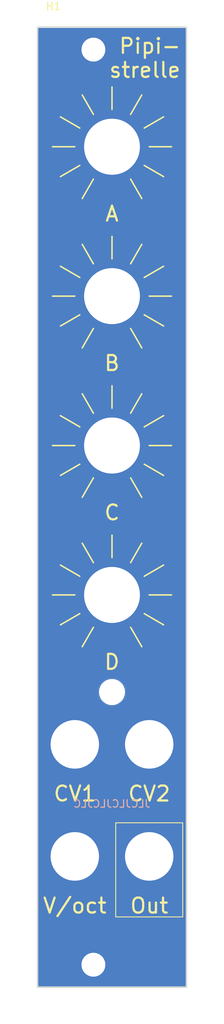
<source format=kicad_pcb>
(kicad_pcb (version 20211014) (generator pcbnew)
  (layers (0 "F.Cu" signal) (31 "B.Cu" signal) (34 "B.Paste" user) (35 "F.Paste" user) (36 "B.SilkS" user "B.Silkscreen") (37 "F.SilkS" user "F.Silkscreen") (38 "B.Mask" user) (39 "F.Mask" user) (44 "Edge.Cuts" user))
  (net 0 "")
  (net 1 "GND")
  (footprint "Personal:Panel_LED" (layer "F.Cu") (at 110 109)
    (fp_text reference "LED" hide)
    (fp_text value "Panel_LED")
    (pad "" np_thru_hole circle (at 0 0) (size 3 3) (drill 3) (layers F&B.Cu *.Mask))
  )
  (footprint "Personal:Panel_Knob" (layer "F.Cu") (at 110 96)
    (fp_text reference "D" (at 0 8.974804 unlocked) (layer "F.SilkS") (effects (font (size 2 2) (thickness 0.3))))
    (fp_text value "Panel_Knob")
    (fp_line (start -5 0) (end -8 0) (layer "F.SilkS") (width 0.2))
    (fp_line (start -4.3301 -2.5) (end -6.9282 -4) (layer "F.SilkS") (width 0.2))
    (fp_line (start 2.5 4.3301) (end 4 6.9282) (layer "F.SilkS") (width 0.2))
    (fp_line (start 4.3301 -2.5) (end 6.9282 -4) (layer "F.SilkS") (width 0.2))
    (fp_line (start 0 -5) (end 0 -8) (layer "F.SilkS") (width 0.2))
    (fp_line (start 4.3301 2.5) (end 6.9282 4) (layer "F.SilkS") (width 0.2))
    (fp_line (start 5 0) (end 8 0) (layer "F.SilkS") (width 0.2))
    (fp_line (start 2.5 -4.3301) (end 4 -6.9282) (layer "F.SilkS") (width 0.2))
    (fp_line (start -4.3301 2.5) (end -6.9282 4) (layer "F.SilkS") (width 0.2))
    (fp_line (start -2.5 -4.3301) (end -4 -6.9282) (layer "F.SilkS") (width 0.2))
    (fp_line (start -2.5 4.3301) (end -4 6.9282) (layer "F.SilkS") (width 0.2))
    (pad "GND" thru_hole circle (at 0 0) (size 8.5 8.5) (drill 7.5) (layers *.Cu *.Mask) (net 1 "GND"))
  )
  (footprint "Personal:Panel_Jack_Out" (layer "F.Cu") (at 115 131)
    (fp_text reference "Out" (at 0 6.604 unlocked) (layer "F.SilkS") (effects (font (size 2 2) (thickness 0.3))))
    (fp_text value "Panel_Jack_Out")
    (fp_rect (start -4.5 -4.5) (end 4.5 8.1) (layer "F.SilkS") (width 0.12) (fill none))
    (pad "GND" thru_hole circle (at 0 0) (size 7.5 7.5) (drill 6.5) (layers *.Cu *.Mask) (net 1 "GND"))
  )
  (footprint "Personal:Panel_Jack_In" (layer "F.Cu") (at 105 116)
    (fp_text reference "CV1" (at 0 6.604 unlocked) (layer "F.SilkS") (effects (font (size 2 2) (thickness 0.3))))
    (fp_text value "Panel_Jack_In")
    (pad "GND" thru_hole circle (at 0 0) (size 7.5 7.5) (drill 6.5) (layers *.Cu *.Mask) (net 1 "GND"))
  )
  (footprint "Personal:Panel_Knob" (layer "F.Cu") (at 110 76)
    (fp_text reference "C" (at 0 8.974804 unlocked) (layer "F.SilkS") (effects (font (size 2 2) (thickness 0.3))))
    (fp_text value "Panel_Knob")
    (fp_line (start 2.5 -4.3301) (end 4 -6.9282) (layer "F.SilkS") (width 0.2))
    (fp_line (start -4.3301 -2.5) (end -6.9282 -4) (layer "F.SilkS") (width 0.2))
    (fp_line (start -4.3301 2.5) (end -6.9282 4) (layer "F.SilkS") (width 0.2))
    (fp_line (start 0 -5) (end 0 -8) (layer "F.SilkS") (width 0.2))
    (fp_line (start 5 0) (end 8 0) (layer "F.SilkS") (width 0.2))
    (fp_line (start -2.5 -4.3301) (end -4 -6.9282) (layer "F.SilkS") (width 0.2))
    (fp_line (start 4.3301 2.5) (end 6.9282 4) (layer "F.SilkS") (width 0.2))
    (fp_line (start -5 0) (end -8 0) (layer "F.SilkS") (width 0.2))
    (fp_line (start -2.5 4.3301) (end -4 6.9282) (layer "F.SilkS") (width 0.2))
    (fp_line (start 4.3301 -2.5) (end 6.9282 -4) (layer "F.SilkS") (width 0.2))
    (fp_line (start 2.5 4.3301) (end 4 6.9282) (layer "F.SilkS") (width 0.2))
    (pad "GND" thru_hole circle (at 0 0) (size 8.5 8.5) (drill 7.5) (layers *.Cu *.Mask) (net 1 "GND"))
  )
  (footprint "Personal:Panel_4hp" (layer "F.Cu") (at 110 20)
    (fp_text reference "H1" (at -7.874 -2.794 unlocked) (layer "F.SilkS"))
    (fp_text value "Panel_4hp")
    (fp_text user "JLCJLCJLCJLC" (at -0.018 103.952 unlocked) (layer "B.SilkS") (effects (justify mirror)))
    (fp_line (start -10 128.5) (end 10 128.5) (layer "Edge.Cuts") (width 0.2))
    (fp_line (start -10 128.5) (end -10 0) (layer "Edge.Cuts") (width 0.2))
    (fp_line (start 10 128.5) (end 10 0) (layer "Edge.Cuts") (width 0.2))
    (fp_line (start -10 0) (end 10 0) (layer "Edge.Cuts") (width 0.2))
    (pad "GND" thru_hole circle (at -2.5 125.5) (size 4 4) (drill 3.2) (layers *.Cu *.Mask) (net 1 "GND"))
    (pad "GND" thru_hole circle (at -2.5 3) (size 4 4) (drill 3.2) (layers *.Cu *.Mask) (net 1 "GND"))
  )
  (footprint "Personal:Panel_Jack_In" (layer "F.Cu") (at 105 131)
    (fp_text reference "V/oct" (at 0 6.604 unlocked) (layer "F.SilkS") (effects (font (size 2 2) (thickness 0.3))))
    (fp_text value "Panel_Jack_In")
    (pad "GND" thru_hole circle (at 0 0) (size 7.5 7.5) (drill 6.5) (layers *.Cu *.Mask) (net 1 "GND"))
  )
  (footprint "Personal:Panel_Knob" (layer "F.Cu") (at 110 56)
    (fp_text reference "B" (at 0 8.974804 unlocked) (layer "F.SilkS") (effects (font (size 2 2) (thickness 0.3))))
    (fp_text value "Panel_Knob")
    (fp_line (start -4.3301 2.5) (end -6.9282 4) (layer "F.SilkS") (width 0.2))
    (fp_line (start -2.5 4.3301) (end -4 6.9282) (layer "F.SilkS") (width 0.2))
    (fp_line (start 0 -5) (end 0 -8) (layer "F.SilkS") (width 0.2))
    (fp_line (start -2.5 -4.3301) (end -4 -6.9282) (layer "F.SilkS") (width 0.2))
    (fp_line (start 4.3301 -2.5) (end 6.9282 -4) (layer "F.SilkS") (width 0.2))
    (fp_line (start 4.3301 2.5) (end 6.9282 4) (layer "F.SilkS") (width 0.2))
    (fp_line (start 5 0) (end 8 0) (layer "F.SilkS") (width 0.2))
    (fp_line (start -4.3301 -2.5) (end -6.9282 -4) (layer "F.SilkS") (width 0.2))
    (fp_line (start 2.5 4.3301) (end 4 6.9282) (layer "F.SilkS") (width 0.2))
    (fp_line (start 2.5 -4.3301) (end 4 -6.9282) (layer "F.SilkS") (width 0.2))
    (fp_line (start -5 0) (end -8 0) (layer "F.SilkS") (width 0.2))
    (pad "GND" thru_hole circle (at 0 0) (size 8.5 8.5) (drill 7.5) (layers *.Cu *.Mask) (net 1 "GND"))
  )
  (footprint "Personal:Panel_Jack_In" (layer "F.Cu") (at 115 116)
    (fp_text reference "CV2" (at 0 6.604 unlocked) (layer "F.SilkS") (effects (font (size 2 2) (thickness 0.3))))
    (fp_text value "Panel_Jack_In")
    (pad "GND" thru_hole circle (at 0 0) (size 7.5 7.5) (drill 6.5) (layers *.Cu *.Mask) (net 1 "GND"))
  )
  (footprint "Personal:Panel_Knob" (layer "F.Cu") (at 110 36)
    (fp_text reference "A" (at 0 8.974804 unlocked) (layer "F.SilkS") (effects (font (size 2 2) (thickness 0.3))))
    (fp_text value "Panel_Knob")
    (fp_line (start -2.5 -4.3301) (end -4 -6.9282) (layer "F.SilkS") (width 0.2))
    (fp_line (start -5 0) (end -8 0) (layer "F.SilkS") (width 0.2))
    (fp_line (start 2.5 -4.3301) (end 4 -6.9282) (layer "F.SilkS") (width 0.2))
    (fp_line (start 5 0) (end 8 0) (layer "F.SilkS") (width 0.2))
    (fp_line (start -4.3301 2.5) (end -6.9282 4) (layer "F.SilkS") (width 0.2))
    (fp_line (start -4.3301 -2.5) (end -6.9282 -4) (layer "F.SilkS") (width 0.2))
    (fp_line (start 0 -5) (end 0 -8) (layer "F.SilkS") (width 0.2))
    (fp_line (start 4.3301 2.5) (end 6.9282 4) (layer "F.SilkS") (width 0.2))
    (fp_line (start 2.5 4.3301) (end 4 6.9282) (layer "F.SilkS") (width 0.2))
    (fp_line (start 4.3301 -2.5) (end 6.9282 -4) (layer "F.SilkS") (width 0.2))
    (fp_line (start -2.5 4.3301) (end -4 6.9282) (layer "F.SilkS") (width 0.2))
    (pad "GND" thru_hole circle (at 0 0) (size 8.5 8.5) (drill 7.5) (layers *.Cu *.Mask) (net 1 "GND"))
  )
  (gr_text "Pipi-\nstrelle" (at 119.38 24.13) (layer "F.SilkS") (effects (font (size 2 2) (thickness 0.3)) (justify right)))
  (zone (net 1) (net_name "GND") (layers F&B.Cu) (name "Ground") (connect_pads yes (clearance 0)) (min_thickness 0.254) (fill yes (thermal_gap 0.508) (thermal_bridge_width 0.508))
    (polygon (pts (xy 122.936 151.892) (xy 96.774 151.892) (xy 96.774 17.78) (xy 122.936 17.78)))
  )
)
</source>
